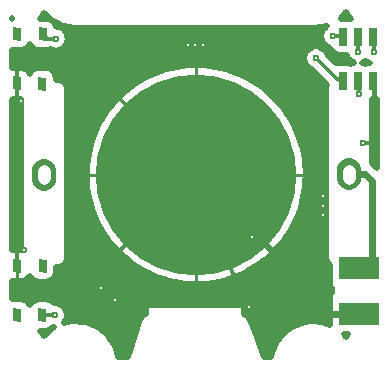
<source format=gbr>
G04 DipTrace 3.2.0.1*
G04 Íèæíèé.gbr*
%MOIN*%
G04 #@! TF.FileFunction,Copper,L2,Bot*
G04 #@! TF.Part,Single*
%AMOUTLINE0*
4,1,4,
0.014735,-0.029542,
-0.014794,-0.029513,
-0.014735,0.029542,
0.014794,0.029513,
0.014735,-0.029542,
0*%
%AMOUTLINE3*
4,1,16,
-0.041319,-0.011881,
-0.037196,-0.02981,
-0.025701,-0.044175,
-0.009112,-0.052129,
0.009286,-0.052097,
0.025848,-0.044088,
0.037294,-0.029685,
0.041358,-0.011741,
0.041319,0.011881,
0.037196,0.02981,
0.025701,0.044175,
0.009112,0.052129,
-0.009286,0.052097,
-0.025848,0.044088,
-0.037294,0.029685,
-0.041358,0.011741,
-0.041319,-0.011881,
0*%
%AMOUTLINE6*
4,1,4,
0.013953,0.021542,
0.013606,-0.021762,
-0.013953,-0.021542,
-0.013606,0.021762,
0.013953,0.021542,
0*%
%AMOUTLINE9*
4,1,4,
-0.013953,-0.021542,
-0.013606,0.021762,
0.013953,0.021542,
0.013606,-0.021762,
-0.013953,-0.021542,
0*%
%ADD17C,0.011811*%
%ADD30C,0.043307*%
G04 #@! TA.AperFunction,CopperBalancing*
%ADD10C,0.009843*%
%ADD18C,0.019685*%
G04 #@! TA.AperFunction,ViaPad*
%ADD19C,0.023622*%
%ADD22R,0.133858X0.074803*%
%ADD27C,0.669291*%
%ADD49OUTLINE0*%
G04 #@! TA.AperFunction,ComponentPad*
%ADD52OUTLINE3*%
%ADD55OUTLINE6*%
%ADD58OUTLINE9*%
%FSLAX26Y26*%
G04*
G70*
G90*
G75*
G01*
G04 Bottom*
%LPD*%
X460089Y461832D2*
D17*
X491634D1*
X493378Y460088D1*
X402955Y387550D2*
X472686Y317819D1*
X484462D1*
Y311663D1*
X493232D1*
X543394Y409802D2*
Y470272D1*
X540545Y473121D1*
Y457205D1*
X543378Y460038D1*
X546163Y269428D2*
Y308685D1*
X543234Y311614D1*
X545906Y-310280D2*
D19*
X590606D1*
Y-22003D1*
X567752Y852D1*
X511240D1*
X595969Y409114D2*
D17*
Y457400D1*
X593379Y459990D1*
X560121Y104448D2*
X591308D1*
X600916Y114055D1*
Y303881D1*
X593232Y311564D1*
X190810Y-206501D2*
Y-187442D1*
X3367Y0D1*
X545906Y-463823D2*
D19*
X444560D1*
X413043Y-432306D1*
Y-409676D1*
X3367Y0D1*
X-594156Y304475D2*
D17*
Y358948D1*
X-567193Y385911D1*
X-382543D1*
X3367Y0D1*
X180446Y-441051D2*
X94392Y-259021D1*
X53249Y64787D1*
X3367Y0D1*
X-314346Y-378621D2*
Y-316143D1*
X8080Y6283D1*
X3367Y0D1*
X-314346Y-378621D2*
Y-317714D1*
X3367Y0D1*
X-594156Y304475D2*
Y-251125D1*
Y-302491D1*
X-592849Y-303798D1*
X-570508Y-251125D2*
X-594156D1*
X-467571Y-468438D2*
X-508930D1*
X-509513Y-467856D1*
X-464615Y453630D2*
X-494657D1*
X-508206Y467178D1*
D19*
X460089Y461832D3*
X-464615Y453630D3*
X-23819Y431828D3*
X118Y431925D3*
X25106D3*
X543394Y409802D3*
X595969Y409114D3*
X402955Y387550D3*
X546163Y269428D3*
X-579537Y246337D3*
X560121Y104448D3*
X425852Y-72814D3*
X426650Y-103875D3*
X427151Y-135126D3*
X190810Y-206501D3*
X-314346Y-378621D3*
X-268184Y-417713D3*
X180446Y-441051D3*
X-467571Y-468438D3*
X-570508Y-251125D3*
X-505406Y533135D2*
D18*
X-499336D1*
X497881D2*
X505404D1*
X-462451Y494028D2*
X-431007D1*
X-428325Y474474D2*
X420022D1*
X-422513Y454920D2*
X418551D1*
X-426891Y435366D2*
X427917D1*
X-607675Y415812D2*
X-585631D1*
X-575839D2*
X-529545D1*
X-486100D2*
X-480068D1*
X-449139D2*
X372476D1*
X433469D2*
X450130D1*
X-607675Y396259D2*
X361782D1*
X447428D2*
X503633D1*
X-607675Y376705D2*
X362320D1*
X466984D2*
X518668D1*
X-607675Y357151D2*
X-73709D1*
X80440D2*
X374736D1*
X-465861Y337597D2*
X-137259D1*
X143991D2*
X399713D1*
X-463349Y318043D2*
X-177629D1*
X184361D2*
X419269D1*
X-427967Y298490D2*
X-208597D1*
X215329D2*
X436601D1*
X-424738Y278936D2*
X-233967D1*
X240699D2*
X432618D1*
X-424738Y259382D2*
X-255354D1*
X262085D2*
X432654D1*
X-607675Y239828D2*
X-582438D1*
X-424738D2*
X-273690D1*
X280423D2*
X432689D1*
X590390D2*
X605508D1*
X-607675Y220274D2*
X-582403D1*
X-424738D2*
X-289588D1*
X296319D2*
X432726D1*
X590390D2*
X605508D1*
X-607675Y200720D2*
X-582366D1*
X-424738D2*
X-303403D1*
X310135D2*
X432761D1*
X590390D2*
X605508D1*
X-607675Y181167D2*
X-582331D1*
X-424738D2*
X-315424D1*
X322156D2*
X432798D1*
X590390D2*
X605508D1*
X-607675Y161613D2*
X-582294D1*
X-424738D2*
X-325831D1*
X332563D2*
X432869D1*
X590390D2*
X605472D1*
X-607675Y142059D2*
X-582259D1*
X-424738D2*
X-334765D1*
X341497D2*
X432906D1*
X590390D2*
X605472D1*
X-607675Y122505D2*
X-582223D1*
X-424738D2*
X-342373D1*
X349105D2*
X432941D1*
X590390D2*
X605472D1*
X-607675Y102951D2*
X-582151D1*
X-424738D2*
X-348724D1*
X355492D2*
X432976D1*
X590390D2*
X605436D1*
X-607675Y83398D2*
X-582115D1*
X-424738D2*
X-353892D1*
X360623D2*
X433013D1*
X590390D2*
X605436D1*
X-607675Y63844D2*
X-582079D1*
X-424738D2*
X-357946D1*
X364678D2*
X433049D1*
X590390D2*
X605436D1*
X-607675Y44290D2*
X-582043D1*
X-424738D2*
X-360853D1*
X367585D2*
X433084D1*
X590390D2*
X605400D1*
X-607675Y24736D2*
X-582008D1*
X-424738D2*
X-362719D1*
X369451D2*
X433156D1*
X-607675Y5182D2*
X-581971D1*
X-424738D2*
X-363509D1*
X370277D2*
X433192D1*
X-607675Y-14371D2*
X-581900D1*
X-424738D2*
X-363294D1*
X370025D2*
X433228D1*
X-607675Y-33925D2*
X-581864D1*
X-424738D2*
X-361966D1*
X368734D2*
X433264D1*
X-607675Y-53479D2*
X-581828D1*
X-424738D2*
X-359634D1*
X366365D2*
X433299D1*
X-607675Y-73033D2*
X-581793D1*
X-424738D2*
X-356189D1*
X362920D2*
X433336D1*
X-607675Y-92587D2*
X-581756D1*
X-424738D2*
X-351631D1*
X358364D2*
X433371D1*
X-607675Y-112140D2*
X-581720D1*
X-424738D2*
X-345890D1*
X352657D2*
X433444D1*
X-607675Y-131694D2*
X-581685D1*
X-424738D2*
X-338965D1*
X345696D2*
X433479D1*
X-607675Y-151248D2*
X-581613D1*
X-424738D2*
X-330747D1*
X337479D2*
X433514D1*
X-607675Y-170802D2*
X-581577D1*
X-424738D2*
X-321130D1*
X327862D2*
X433551D1*
X-607675Y-190356D2*
X-581541D1*
X-424738D2*
X-309970D1*
X316738D2*
X433587D1*
X-607675Y-209909D2*
X-581505D1*
X-424738D2*
X-297159D1*
X303891D2*
X433622D1*
X-607675Y-229463D2*
X-581470D1*
X-424738D2*
X-282411D1*
X289143D2*
X433694D1*
X-607675Y-249017D2*
X-581433D1*
X-424738D2*
X-265402D1*
X272134D2*
X433730D1*
X-424738Y-268571D2*
X-245701D1*
X252469D2*
X433766D1*
X-426891Y-288125D2*
X-222627D1*
X229360D2*
X436888D1*
X-462164Y-307678D2*
X-194888D1*
X201621D2*
X446685D1*
X-462344Y-327232D2*
X-160189D1*
X166921D2*
X446685D1*
X-555643Y-346786D2*
X-546196D1*
X-470346D2*
X-112319D1*
X119088D2*
X446685D1*
X-607675Y-366340D2*
X446685D1*
X-607675Y-385894D2*
X455154D1*
X-607675Y-405448D2*
X446685D1*
X-556038Y-425001D2*
X-546877D1*
X-472033D2*
X446685D1*
X-433314Y-444555D2*
X-165356D1*
X165343D2*
X446685D1*
X-425671Y-464109D2*
X-167043D1*
X165343D2*
X446685D1*
X-428433Y-483663D2*
X-185487D1*
X184038D2*
X446685D1*
X-332766Y-503217D2*
X-191983D1*
X191824D2*
X331568D1*
X-512366Y-522770D2*
X-490360D1*
X-304562D2*
X-198441D1*
X199576D2*
X300995D1*
X-284610Y-542324D2*
X-204937D1*
X207362D2*
X281724D1*
X-270938Y-561878D2*
X-211432D1*
X215114D2*
X268483D1*
X-262182Y-581432D2*
X-217891D1*
X222900D2*
X260014D1*
X-257409Y-600986D2*
X-224171D1*
X230293D2*
X253699D1*
X457234Y-377996D2*
X448661D1*
Y-299589D1*
X444349Y-295933D1*
X441306Y-292276D1*
X438873Y-288189D1*
X437109Y-283770D1*
X436058Y-279131D1*
X435723Y-265651D1*
X434606Y285059D1*
X435231Y289774D1*
X436585Y294335D1*
X438642Y298634D1*
X434083Y305198D1*
X389602Y349678D1*
X384724Y351769D1*
X379352Y355062D1*
X374560Y359155D1*
X370467Y363946D1*
X367175Y369319D1*
X364764Y375140D1*
X363293Y381268D1*
X362798Y387550D1*
X363293Y393832D1*
X364764Y399959D1*
X367175Y405781D1*
X370467Y411154D1*
X374560Y415945D1*
X379352Y420038D1*
X384724Y423331D1*
X390546Y425741D1*
X396673Y427213D1*
X402955Y427707D1*
X409238Y427213D1*
X415365Y425741D1*
X421186Y423331D1*
X426559Y420038D1*
X431350Y415945D1*
X435444Y411154D1*
X438736Y405781D1*
X440785Y400941D1*
X471119Y370609D1*
X476148Y371429D1*
X508056Y371491D1*
X512798Y371113D1*
X517432Y369995D1*
X519159Y369996D1*
X523786Y371102D1*
X528529Y371471D1*
X530984Y371610D1*
X525163Y374021D1*
X519790Y377314D1*
X514999Y381407D1*
X510906Y386198D1*
X507613Y391571D1*
X505202Y397392D1*
X504403Y400226D1*
X476176Y400356D1*
X471478Y401105D1*
X466955Y402579D1*
X462719Y404743D1*
X458873Y407543D1*
X455513Y410909D1*
X452720Y414761D1*
X450564Y419001D1*
X449740Y421244D1*
X447680Y423640D1*
X441858Y426051D1*
X436486Y429344D1*
X431694Y433437D1*
X427601Y438228D1*
X424308Y443601D1*
X421898Y449423D1*
X420427Y455550D1*
X419932Y461832D1*
X420427Y468114D1*
X421898Y474241D1*
X424308Y480063D1*
X427601Y485436D1*
X431694Y490227D1*
X436486Y494320D1*
X438441Y495627D1*
X396499Y488955D1*
X-399350Y489077D1*
X-443675Y496589D1*
X-453425Y501966D1*
X-484619Y520026D1*
X-504134Y540152D1*
X-506749Y534335D1*
X-511924Y525890D1*
X-517555Y519224D1*
X-491633Y518923D1*
X-486941Y518140D1*
X-482429Y516634D1*
X-478207Y514441D1*
X-474382Y511614D1*
X-471045Y508223D1*
X-468280Y504353D1*
X-466154Y500097D1*
X-464718Y495552D1*
X-461465Y493664D1*
X-455241Y492678D1*
X-449248Y490731D1*
X-443634Y487870D1*
X-438535Y484165D1*
X-434080Y479710D1*
X-430375Y474612D1*
X-427514Y468997D1*
X-425567Y463004D1*
X-424581Y456781D1*
Y450479D1*
X-425567Y444256D1*
X-427514Y438262D1*
X-430375Y432648D1*
X-434080Y427550D1*
X-438535Y423094D1*
X-443634Y419390D1*
X-449248Y416529D1*
X-455241Y414581D1*
X-461465Y413596D1*
X-467766D1*
X-473990Y414581D1*
X-479983Y416529D1*
X-481896Y417411D1*
X-483223Y417316D1*
X-487759Y415883D1*
X-492463Y415176D1*
X-522402Y415323D1*
X-527140Y415734D1*
X-531757Y416881D1*
X-536138Y418736D1*
X-540173Y421255D1*
X-543765Y424373D1*
X-546825Y428014D1*
X-549280Y432091D1*
X-550261Y434269D1*
X-551329D1*
X-553522Y430047D1*
X-556349Y426222D1*
X-559740Y422885D1*
X-563610Y420119D1*
X-567866Y417993D1*
X-572402Y416560D1*
X-577106Y415853D1*
X-607045Y416000D1*
X-609432Y416113D1*
X-609661Y401332D1*
Y356513D1*
X-578125Y356261D1*
X-572690Y355386D1*
X-567504Y353545D1*
X-562736Y350794D1*
X-558545Y347227D1*
X-555066Y342961D1*
X-552416Y338136D1*
X-551731Y336424D1*
X-548840Y341606D1*
X-546013Y345432D1*
X-542622Y348769D1*
X-538752Y351534D1*
X-534496Y353660D1*
X-529961Y355093D1*
X-525256Y355801D1*
X-495318Y355654D1*
X-490579Y355243D1*
X-485962Y354096D1*
X-481581Y352240D1*
X-477546Y349722D1*
X-473954Y346604D1*
X-470894Y342962D1*
X-468440Y338886D1*
X-466655Y334476D1*
X-465581Y329843D1*
X-465247Y325088D1*
X-465328Y314942D1*
X-455413Y315129D1*
X-450698Y314504D1*
X-446138Y313150D1*
X-441846Y311097D1*
X-437928Y308400D1*
X-434480Y305122D1*
X-431588Y301345D1*
X-429322Y297163D1*
X-427738Y292677D1*
X-426874Y288000D1*
X-426711Y266484D1*
X-426804Y-279281D1*
X-427549Y-283980D1*
X-429018Y-288504D1*
X-431178Y-292743D1*
X-433975Y-296591D1*
X-437339Y-299954D1*
X-441186Y-302751D1*
X-445425Y-304911D1*
X-449949Y-306381D1*
X-454648Y-307125D1*
X-457035Y-307218D1*
X-464160Y-310734D1*
X-464398Y-328858D1*
X-465180Y-333550D1*
X-466686Y-338062D1*
X-468879Y-342283D1*
X-471706Y-346109D1*
X-475097Y-349446D1*
X-478967Y-352211D1*
X-483223Y-354337D1*
X-487759Y-355770D1*
X-492463Y-356478D1*
X-522402Y-356331D1*
X-527140Y-355920D1*
X-531757Y-354773D1*
X-536138Y-352917D1*
X-540173Y-350399D1*
X-543765Y-347281D1*
X-546825Y-343639D1*
X-549280Y-339563D1*
X-550261Y-337385D1*
X-551052Y-336709D1*
X-553533Y-341622D1*
X-556861Y-346007D1*
X-560927Y-349717D1*
X-565597Y-352630D1*
X-570717Y-354651D1*
X-576117Y-355714D1*
X-584997Y-355831D1*
X-608887Y-355583D1*
X-609661Y-361135D1*
Y-415140D1*
X-577583Y-415434D1*
X-572891Y-416217D1*
X-568379Y-417723D1*
X-564157Y-419916D1*
X-560332Y-422743D1*
X-556995Y-426134D1*
X-554230Y-430004D1*
X-552101Y-434269D1*
X-551033D1*
X-548840Y-430047D1*
X-546013Y-426222D1*
X-542622Y-422885D1*
X-538752Y-420119D1*
X-534496Y-417993D1*
X-529961Y-416560D1*
X-525256Y-415853D1*
X-495318Y-416000D1*
X-490579Y-416411D1*
X-485962Y-417558D1*
X-481581Y-419413D1*
X-477546Y-421932D1*
X-473954Y-425050D1*
X-470722Y-428404D1*
X-464420D1*
X-458197Y-429390D1*
X-452203Y-431337D1*
X-446589Y-434198D1*
X-441491Y-437903D1*
X-437035Y-442358D1*
X-433331Y-447457D1*
X-430470Y-453071D1*
X-428522Y-459064D1*
X-427537Y-465287D1*
Y-471589D1*
X-428522Y-477812D1*
X-430470Y-483806D1*
X-433331Y-489420D1*
X-436753Y-494160D1*
X-410413Y-488290D1*
X-365709Y-490774D1*
X-363466Y-491354D1*
X-324820Y-507446D1*
X-291997Y-535072D1*
X-290457Y-536799D1*
X-267102Y-570373D1*
X-264201Y-581264D1*
X-257747Y-607576D1*
X-222782Y-607659D1*
X-222438Y-602319D1*
X-221316Y-597686D1*
X-182514Y-480873D1*
X-180346Y-476639D1*
X-177542Y-472797D1*
X-174171Y-469440D1*
X-170316Y-466652D1*
X-166073Y-464501D1*
X-163829Y-463680D1*
X-163386Y-456693D1*
X-163265Y-443343D1*
X-162314Y-440413D1*
X-160503Y-437923D1*
X-158012Y-436112D1*
X-155083Y-435160D1*
X-125984Y-435039D1*
X155083Y-435160D1*
X158012Y-436112D1*
X160503Y-437923D1*
X162314Y-440413D1*
X163265Y-443343D1*
X163386Y-464654D1*
X167060Y-466219D1*
X171110Y-468714D1*
X174722Y-471811D1*
X177803Y-475436D1*
X180280Y-479496D1*
X194980Y-516154D1*
X227760Y-598892D1*
X228803Y-603534D1*
X229106Y-608290D1*
X230614Y-608654D1*
X254549Y-608706D1*
X256860Y-593856D1*
X269963Y-562622D1*
X289693Y-533657D1*
X317088Y-511319D1*
X345689Y-497357D1*
X380425Y-487875D1*
X391491Y-488612D1*
X422551Y-491322D1*
X448631Y-500955D1*
X448661Y-396106D1*
X456965D1*
X457206Y-378021D1*
X508261Y-531539D2*
X494984D1*
X503470Y-541987D1*
X506749Y-534335D1*
X508310Y-531547D1*
X518571Y518160D2*
X514992Y521997D1*
X509171Y530010D1*
X504673Y538836D1*
X503434Y542197D1*
X487218Y522841D1*
X485979Y521915D1*
X487860Y519936D1*
X510580Y519820D1*
X515278Y519071D1*
X517577Y518420D1*
X-517056Y-519765D2*
X-511924Y-525890D1*
X-506749Y-534335D1*
X-504844Y-538467D1*
X-487455Y-521913D1*
X-469664Y-508560D1*
X-472055Y-508314D1*
X-476404Y-512827D1*
X-480274Y-515592D1*
X-484530Y-517718D1*
X-489066Y-519151D1*
X-493770Y-519858D1*
X-516997Y-519765D1*
X607500Y251707D2*
X588424Y251727D1*
X588427Y37525D1*
X592513Y34932D1*
X597549Y30630D1*
X607370Y21119D1*
X607500Y251676D1*
X580365Y371420D2*
X582122Y371417D1*
X577738Y373333D1*
X572365Y376626D1*
X569301Y379122D1*
X564375Y375562D1*
X558761Y372701D1*
X555222Y371446D1*
X562799Y371064D1*
X567433Y369946D1*
X571541Y370613D1*
X576991Y371385D1*
X580365Y371420D1*
X368323Y-1837D2*
X367769Y-20199D1*
X366290Y-38510D1*
X363892Y-56724D1*
X360581Y-74794D1*
X356366Y-92675D1*
X351255Y-110320D1*
X345262Y-127686D1*
X338404Y-144728D1*
X330697Y-161404D1*
X322160Y-177672D1*
X312816Y-193488D1*
X302688Y-208815D1*
X291801Y-223612D1*
X280184Y-237843D1*
X267865Y-251471D1*
X254875Y-264462D1*
X241248Y-276783D1*
X227020Y-288403D1*
X212223Y-299291D1*
X196899Y-309423D1*
X181083Y-318769D1*
X164818Y-327307D1*
X148143Y-335017D1*
X131101Y-341878D1*
X113736Y-347873D1*
X96091Y-352986D1*
X78211Y-357203D1*
X60142Y-360517D1*
X41929Y-362917D1*
X23618Y-364399D1*
X5255Y-364955D1*
X-13112Y-364588D1*
X-31437Y-363298D1*
X-49675Y-361085D1*
X-67777Y-357959D1*
X-85699Y-353925D1*
X-103396Y-348995D1*
X-120823Y-343181D1*
X-137934Y-336497D1*
X-154688Y-328961D1*
X-171041Y-320591D1*
X-186953Y-311407D1*
X-202382Y-301436D1*
X-217289Y-290701D1*
X-231638Y-279228D1*
X-245391Y-267050D1*
X-258514Y-254194D1*
X-270974Y-240694D1*
X-282738Y-226584D1*
X-293777Y-211900D1*
X-304063Y-196678D1*
X-313571Y-180959D1*
X-322276Y-164782D1*
X-330155Y-148188D1*
X-337189Y-131217D1*
X-343360Y-113913D1*
X-348654Y-96322D1*
X-353054Y-78486D1*
X-356552Y-60451D1*
X-359138Y-42264D1*
X-360806Y-23969D1*
X-361550Y-5613D1*
X-361370Y12757D1*
X-360266Y31094D1*
X-358240Y49354D1*
X-355299Y67487D1*
X-351449Y85450D1*
X-346699Y103197D1*
X-341063Y120681D1*
X-334554Y137860D1*
X-327189Y154690D1*
X-318986Y171127D1*
X-309966Y187131D1*
X-300152Y202661D1*
X-289571Y217678D1*
X-278245Y232143D1*
X-266207Y246020D1*
X-253486Y259273D1*
X-240114Y271870D1*
X-226125Y283777D1*
X-211554Y294966D1*
X-196440Y305407D1*
X-180818Y315075D1*
X-164730Y323944D1*
X-148217Y331992D1*
X-131318Y339199D1*
X-114079Y345547D1*
X-96542Y351020D1*
X-78752Y355602D1*
X-60753Y359283D1*
X-42593Y362055D1*
X-24316Y363909D1*
X-5970Y364841D1*
X12402Y364849D1*
X30749Y363932D1*
X49028Y362093D1*
X67190Y359337D1*
X85192Y355669D1*
X102986Y351102D1*
X120526Y345644D1*
X137772Y339311D1*
X154676Y332118D1*
X171196Y324083D1*
X187291Y315227D1*
X202921Y305573D1*
X218045Y295144D1*
X232625Y283967D1*
X246623Y272072D1*
X260005Y259487D1*
X272738Y246243D1*
X284787Y232377D1*
X296125Y217921D1*
X306719Y202913D1*
X316546Y187391D1*
X325579Y171395D1*
X333795Y154965D1*
X341175Y138140D1*
X347698Y120967D1*
X353349Y103487D1*
X358113Y85744D1*
X361978Y67785D1*
X364934Y49654D1*
X366975Y31396D1*
X368094Y13060D1*
X368323Y-1837D1*
X-582630Y252413D2*
X-608509Y252621D1*
X-609661Y245164D1*
X-609581Y-251882D1*
X-600701Y-251765D1*
X-579451Y-251936D1*
X-580512Y252391D1*
X-582630Y252413D1*
X-609661Y520500D2*
Y519732D1*
X448697Y-463823D2*
D10*
X545906D1*
X593232Y311564D2*
Y251714D1*
X3367Y364925D2*
Y-364925D1*
X-361558Y0D2*
X368293D1*
X-594156Y356474D2*
Y252476D1*
X-592849Y-251799D2*
Y-355797D1*
D22*
X545906Y-310280D3*
Y-463823D3*
D49*
X593379Y459990D3*
X543378Y460038D3*
X493378Y460088D3*
X593232Y311564D3*
X543234Y311614D3*
X493232Y311663D3*
D52*
X511240Y852D3*
X-504505Y-850D3*
D27*
X3367Y0D3*
D55*
X-509513Y303798D3*
X-594156Y304475D3*
X-508206Y467178D3*
X-592849Y467856D3*
D58*
Y-303798D3*
X-508206Y-304475D3*
X-594156Y-467178D3*
X-509513Y-467856D3*
G04 Bottom Clear*
%LPC*%
D17*
X460089Y461832D3*
X-464615Y453630D3*
X-23819Y431828D3*
X118Y431925D3*
X25106D3*
X543394Y409802D3*
X595969Y409114D3*
X402955Y387550D3*
X546163Y269428D3*
X-579537Y246337D3*
X560121Y104448D3*
X425852Y-72814D3*
X426650Y-103875D3*
X427151Y-135126D3*
X190810Y-206501D3*
X-314346Y-378621D3*
X-268184Y-417713D3*
X180446Y-441051D3*
X-467571Y-468438D3*
X-570508Y-251125D3*
X511220Y12663D2*
D30*
X511260Y-10959D1*
X-504525Y10961D2*
X-504485Y-12661D1*
M02*

</source>
